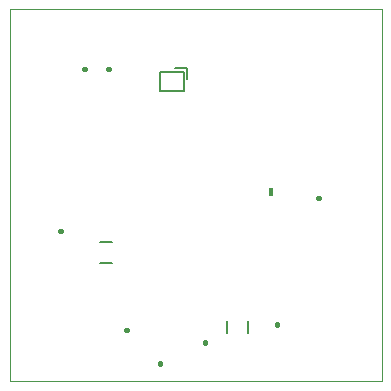
<source format=gbo>
G75*
%MOIN*%
%OFA0B0*%
%FSLAX25Y25*%
%IPPOS*%
%LPD*%
%AMOC8*
5,1,8,0,0,1.08239X$1,22.5*
%
%ADD10C,0.00250*%
%ADD11C,0.01600*%
%ADD12R,0.01600X0.02800*%
%ADD13C,0.00800*%
%ADD14C,0.00500*%
D10*
X0101800Y0081800D02*
X0225800Y0081800D01*
X0225800Y0205800D01*
X0101800Y0205800D01*
X0101800Y0081800D01*
D11*
X0140680Y0098800D02*
X0140920Y0098800D01*
X0151800Y0087920D02*
X0151800Y0087680D01*
X0166800Y0094680D02*
X0166800Y0094920D01*
X0190800Y0100680D02*
X0190800Y0100920D01*
X0204680Y0142800D02*
X0204920Y0142800D01*
X0134920Y0185800D02*
X0134680Y0185800D01*
X0126920Y0185800D02*
X0126680Y0185800D01*
X0118920Y0131800D02*
X0118680Y0131800D01*
D12*
X0188800Y0144800D03*
D13*
X0135800Y0128300D02*
X0131800Y0128300D01*
X0131800Y0121300D02*
X0135800Y0121300D01*
X0174300Y0101800D02*
X0174300Y0097800D01*
X0181300Y0097800D02*
X0181300Y0101800D01*
D14*
X0159737Y0178650D02*
X0151863Y0178650D01*
X0151863Y0184950D01*
X0159737Y0184950D01*
X0159737Y0178650D01*
X0160918Y0182587D02*
X0160918Y0186131D01*
X0156981Y0186131D01*
M02*

</source>
